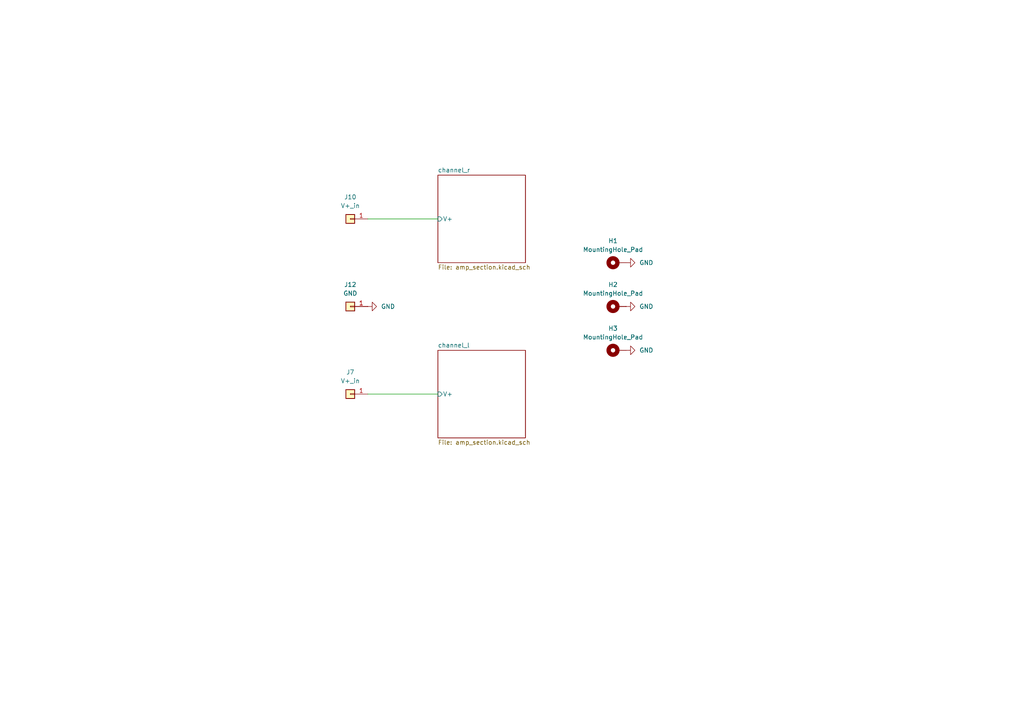
<source format=kicad_sch>
(kicad_sch (version 20250114) (generator "eeschema") (generator_version "9.0")
  (paper "A4")
  (lib_symbols
    (symbol "Connector_Generic:Conn_01x01" (pin_names (offset 1.016) (hide yes))
      (property "Reference" "J" (at 0 2.54 0))
      (property "Value" "Conn_01x01" (at 0 -2.54 0))
      (symbol "Conn_01x01_1_1"
        (rectangle (start -1.27 1.27) (end 1.27 -1.27) (stroke (width 0.254)) (fill (type background)))
        (rectangle (start -1.27 0.127) (end 0 -0.127) (stroke (width 0.1524)))
        (pin passive line (at -5.08 0 0) (length 3.81) (name "Pin_1") (number "1"))
      )
    )
    (symbol "Mechanical:MountingHole_Pad" (pin_numbers (hide yes)) (pin_names (offset 1.016) (hide yes)) (in_bom no)
      (property "Reference" "H" (at 0 6.35 0))
      (property "Value" "MountingHole_Pad" (at 0 4.445 0))
      (symbol "MountingHole_Pad_0_1"
        (circle (center 0 1.27) (radius 1.27) (stroke (width 1.27)))
      )
      (symbol "MountingHole_Pad_1_1"
        (pin input line (at 0 -2.54 90) (length 2.54) (name "1") (number "1"))
      )
    )
    (symbol "power:GND" (power) (pin_numbers (hide yes)) (pin_names (offset 0) (hide yes))
      (property "Value" "GND" (at 0 -3.81 0))
      (symbol "GND_0_1"
        (polyline (pts (xy 0 0) (xy 0 -1.27) (xy 1.27 -1.27) (xy 0 -2.54) (xy -1.27 -1.27) (xy 0 -1.27)))
      )
      (symbol "GND_1_1"
        (pin power_in line (at 0 0 270) (length 0) (name "~") (number "1"))
      )
    )
  )
  (wire (pts (xy 106.68 63.5) (xy 127 63.5)))
  (wire (pts (xy 106.68 114.3) (xy 127 114.3)))
  (symbol (lib_id "Connector_Generic:Conn_01x01") (at 101.6 88.9 180) (unit 1)
    (property "Reference" "J12" (at 101.6 82.55 0))
    (property "Value" "GND" (at 101.6 85.09 0))
    (property "Footprint" "TestPoint:TestPoint_THTPad_D3.0mm_Drill1.5mm" (effects (hide yes)))
    (property "Description" "Generic connector, single row, 01x01, script generated (kicad-library-utils/schlib/autogen/connector/)" (effects (hide yes)))
  )
  (symbol (lib_id "Mechanical:MountingHole_Pad") (at 179.07 101.6 90) (unit 1) (in_bom no)
    (property "Reference" "H3" (at 177.8 95.25 90))
    (property "Value" "MountingHole_Pad" (at 177.8 97.79 90))
    (property "Footprint" "MountingHole:MountingHole_3.2mm_M3_DIN965_Pad_TopBottom" (effects (hide yes)))
    (property "Description" "Mounting Hole with connection" (effects (hide yes)))
  )
  (symbol (lib_id "Connector_Generic:Conn_01x01") (at 101.6 63.5 180) (unit 1)
    (property "Reference" "J10" (at 101.6 57.15 0))
    (property "Value" "V+_in" (at 101.6 59.69 0))
    (property "Footprint" "TestPoint:TestPoint_THTPad_D3.0mm_Drill1.5mm" (effects (hide yes)))
    (property "Description" "Generic connector, single row, 01x01, script generated (kicad-library-utils/schlib/autogen/connector/)" (effects (hide yes)))
  )
  (symbol (lib_id "power:GND") (at 106.68 88.9 90) (unit 1)
    (property "Reference" "#PWR029" (effects (hide yes)))
    (property "Value" "GND" (at 110.49 88.8999 90) (effects (justify right)))
    (property "Description" "Power symbol creates a global label with name \"GND\" , ground" (effects (hide yes)))
  )
  (symbol (lib_id "Mechanical:MountingHole_Pad") (at 179.07 88.9 90) (unit 1) (in_bom no)
    (property "Reference" "H2" (at 177.8 82.55 90))
    (property "Value" "MountingHole_Pad" (at 177.8 85.09 90))
    (property "Footprint" "MountingHole:MountingHole_3.2mm_M3_DIN965_Pad_TopBottom" (effects (hide yes)))
    (property "Description" "Mounting Hole with connection" (effects (hide yes)))
  )
  (symbol (lib_id "Mechanical:MountingHole_Pad") (at 179.07 76.2 90) (unit 1) (in_bom no)
    (property "Reference" "H1" (at 177.8 69.85 90))
    (property "Value" "MountingHole_Pad" (at 177.8 72.39 90))
    (property "Footprint" "MountingHole:MountingHole_3.2mm_M3_DIN965_Pad_TopBottom" (effects (hide yes)))
    (property "Description" "Mounting Hole with connection" (effects (hide yes)))
  )
  (symbol (lib_id "power:GND") (at 181.61 101.6 90) (unit 1)
    (property "Reference" "#PWR017" (effects (hide yes)))
    (property "Value" "GND" (at 185.42 101.5999 90) (effects (justify right)))
    (property "Description" "Power symbol creates a global label with name \"GND\" , ground" (effects (hide yes)))
  )
  (symbol (lib_id "power:GND") (at 181.61 88.9 90) (unit 1)
    (property "Reference" "#PWR016" (effects (hide yes)))
    (property "Value" "GND" (at 185.42 88.8999 90) (effects (justify right)))
    (property "Description" "Power symbol creates a global label with name \"GND\" , ground" (effects (hide yes)))
  )
  (symbol (lib_id "power:GND") (at 181.61 76.2 90) (unit 1)
    (property "Reference" "#PWR015" (effects (hide yes)))
    (property "Value" "GND" (at 185.42 76.1999 90) (effects (justify right)))
    (property "Description" "Power symbol creates a global label with name \"GND\" , ground" (effects (hide yes)))
  )
  (symbol (lib_id "Connector_Generic:Conn_01x01") (at 101.6 114.3 180) (unit 1)
    (property "Reference" "J7" (at 101.6 107.95 0))
    (property "Value" "V+_in" (at 101.6 110.49 0))
    (property "Footprint" "TestPoint:TestPoint_THTPad_D3.0mm_Drill1.5mm" (effects (hide yes)))
    (property "Description" "Generic connector, single row, 01x01, script generated (kicad-library-utils/schlib/autogen/connector/)" (effects (hide yes)))
  )
  (sheet (at 127 101.6) (size 25.4 25.4) (stroke (width 0.1524))
    (property "Sheetname" "channel_l" (at 127 100.8884 0) (effects (justify left bottom)))
    (property "Sheetfile" "amp_section.kicad_sch" (at 127 127.5846 0) (effects (justify left top)))
    (pin "V+" input (at 127 114.3 180))
  )
  (sheet (at 127 50.8) (size 25.4 25.4) (stroke (width 0.1524))
    (property "Sheetname" "channel_r" (at 127 50.0884 0) (effects (justify left bottom)))
    (property "Sheetfile" "amp_section.kicad_sch" (at 127 76.7846 0) (effects (justify left top)))
    (pin "V+" input (at 127 63.5 180))
  )
)
</source>
